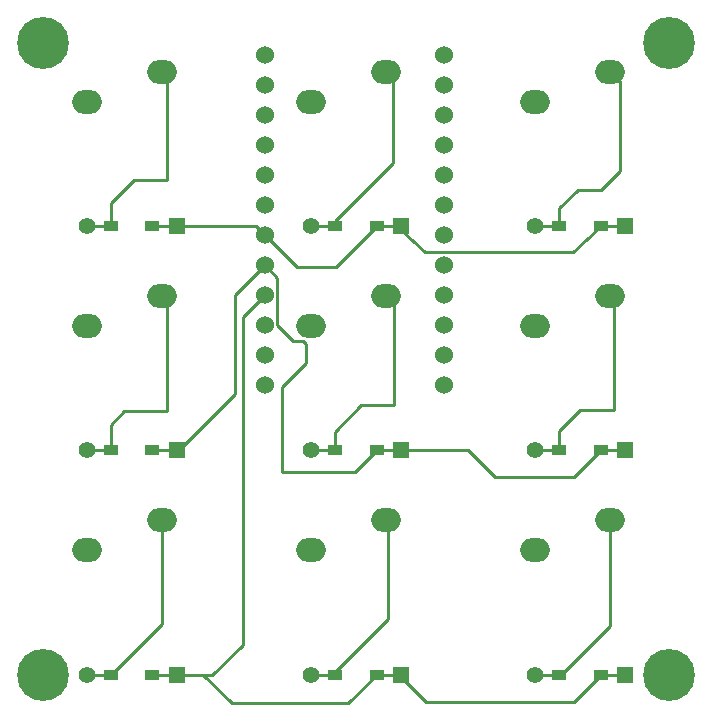
<source format=gbr>
%TF.GenerationSoftware,KiCad,Pcbnew,5.1.6-1.fc32*%
%TF.CreationDate,2020-07-08T21:06:17-05:00*%
%TF.ProjectId,source_pad,736f7572-6365-45f7-9061-642e6b696361,rev?*%
%TF.SameCoordinates,Original*%
%TF.FileFunction,Copper,L1,Top*%
%TF.FilePolarity,Positive*%
%FSLAX46Y46*%
G04 Gerber Fmt 4.6, Leading zero omitted, Abs format (unit mm)*
G04 Created by KiCad (PCBNEW 5.1.6-1.fc32) date 2020-07-08 21:06:17*
%MOMM*%
%LPD*%
G01*
G04 APERTURE LIST*
%TA.AperFunction,ComponentPad*%
%ADD10C,0.700000*%
%TD*%
%TA.AperFunction,ComponentPad*%
%ADD11C,4.400000*%
%TD*%
%TA.AperFunction,ComponentPad*%
%ADD12O,2.500000X2.000000*%
%TD*%
%TA.AperFunction,ComponentPad*%
%ADD13C,1.524000*%
%TD*%
%TA.AperFunction,SMDPad,CuDef*%
%ADD14R,1.300000X0.950000*%
%TD*%
%TA.AperFunction,ComponentPad*%
%ADD15C,1.397000*%
%TD*%
%TA.AperFunction,ComponentPad*%
%ADD16R,1.397000X1.397000*%
%TD*%
%TA.AperFunction,Conductor*%
%ADD17C,0.250000*%
%TD*%
G04 APERTURE END LIST*
D10*
%TO.P,REF\u002A\u002A,1*%
%TO.N,N/C*%
X93666726Y-144833274D03*
X92500000Y-144350000D03*
X91333274Y-144833274D03*
X90850000Y-146000000D03*
X91333274Y-147166726D03*
X92500000Y-147650000D03*
X93666726Y-147166726D03*
X94150000Y-146000000D03*
D11*
X92500000Y-146000000D03*
%TD*%
D10*
%TO.P,REF\u002A\u002A,1*%
%TO.N,N/C*%
X146666726Y-144833274D03*
X145500000Y-144350000D03*
X144333274Y-144833274D03*
X143850000Y-146000000D03*
X144333274Y-147166726D03*
X145500000Y-147650000D03*
X146666726Y-147166726D03*
X147150000Y-146000000D03*
D11*
X145500000Y-146000000D03*
%TD*%
D10*
%TO.P,REF\u002A\u002A,1*%
%TO.N,N/C*%
X146666726Y-91333274D03*
X145500000Y-90850000D03*
X144333274Y-91333274D03*
X143850000Y-92500000D03*
X144333274Y-93666726D03*
X145500000Y-94150000D03*
X146666726Y-93666726D03*
X147150000Y-92500000D03*
D11*
X145500000Y-92500000D03*
%TD*%
D10*
%TO.P,REF\u002A\u002A,1*%
%TO.N,N/C*%
X93666726Y-91333274D03*
X92500000Y-90850000D03*
X91333274Y-91333274D03*
X90850000Y-92500000D03*
X91333274Y-93666726D03*
X92500000Y-94150000D03*
X93666726Y-93666726D03*
X94150000Y-92500000D03*
D11*
X92500000Y-92500000D03*
%TD*%
D12*
%TO.P,SW1,1*%
%TO.N,col0*%
X96190000Y-97460000D03*
%TO.P,SW1,2*%
%TO.N,Net-(D1-Pad2)*%
X102540000Y-94920000D03*
%TD*%
%TO.P,SW2,2*%
%TO.N,Net-(D2-Pad2)*%
X102540000Y-113920000D03*
%TO.P,SW2,1*%
%TO.N,col0*%
X96190000Y-116460000D03*
%TD*%
%TO.P,SW3,2*%
%TO.N,Net-(D3-Pad2)*%
X102540000Y-132920000D03*
%TO.P,SW3,1*%
%TO.N,col0*%
X96190000Y-135460000D03*
%TD*%
%TO.P,SW4,1*%
%TO.N,col1*%
X115190000Y-97460000D03*
%TO.P,SW4,2*%
%TO.N,Net-(D4-Pad2)*%
X121540000Y-94920000D03*
%TD*%
%TO.P,SW5,2*%
%TO.N,Net-(D5-Pad2)*%
X121540000Y-113920000D03*
%TO.P,SW5,1*%
%TO.N,col1*%
X115190000Y-116460000D03*
%TD*%
%TO.P,SW6,2*%
%TO.N,Net-(D6-Pad2)*%
X121540000Y-132920000D03*
%TO.P,SW6,1*%
%TO.N,col1*%
X115190000Y-135460000D03*
%TD*%
%TO.P,SW7,2*%
%TO.N,Net-(D7-Pad2)*%
X140540000Y-94920000D03*
%TO.P,SW7,1*%
%TO.N,col2*%
X134190000Y-97460000D03*
%TD*%
%TO.P,SW8,1*%
%TO.N,col2*%
X134190000Y-116460000D03*
%TO.P,SW8,2*%
%TO.N,Net-(D8-Pad2)*%
X140540000Y-113920000D03*
%TD*%
%TO.P,SW9,1*%
%TO.N,col2*%
X134190000Y-135460000D03*
%TO.P,SW9,2*%
%TO.N,Net-(D9-Pad2)*%
X140540000Y-132920000D03*
%TD*%
D13*
%TO.P,U1,1*%
%TO.N,Net-(U1-Pad1)*%
X111263600Y-93522000D03*
%TO.P,U1,2*%
%TO.N,Net-(U1-Pad2)*%
X111263600Y-96062000D03*
%TO.P,U1,3*%
%TO.N,Net-(U1-Pad3)*%
X111263600Y-98602000D03*
%TO.P,U1,4*%
%TO.N,Net-(U1-Pad4)*%
X111263600Y-101142000D03*
%TO.P,U1,5*%
%TO.N,Net-(U1-Pad5)*%
X111263600Y-103682000D03*
%TO.P,U1,6*%
%TO.N,Net-(U1-Pad6)*%
X111263600Y-106222000D03*
%TO.P,U1,7*%
%TO.N,row0*%
X111263600Y-108762000D03*
%TO.P,U1,8*%
%TO.N,row1*%
X111263600Y-111302000D03*
%TO.P,U1,9*%
%TO.N,row2*%
X111263600Y-113842000D03*
%TO.P,U1,10*%
%TO.N,Net-(U1-Pad10)*%
X111263600Y-116382000D03*
%TO.P,U1,11*%
%TO.N,Net-(U1-Pad11)*%
X111263600Y-118922000D03*
%TO.P,U1,12*%
%TO.N,Net-(U1-Pad12)*%
X111263600Y-121462000D03*
%TO.P,U1,13*%
%TO.N,Net-(U1-Pad13)*%
X126483600Y-121462000D03*
%TO.P,U1,14*%
%TO.N,Net-(U1-Pad14)*%
X126483600Y-118922000D03*
%TO.P,U1,15*%
%TO.N,Net-(U1-Pad15)*%
X126483600Y-116382000D03*
%TO.P,U1,16*%
%TO.N,Net-(U1-Pad16)*%
X126483600Y-113842000D03*
%TO.P,U1,17*%
%TO.N,Net-(U1-Pad17)*%
X126483600Y-111302000D03*
%TO.P,U1,18*%
%TO.N,col2*%
X126483600Y-108762000D03*
%TO.P,U1,19*%
%TO.N,col1*%
X126483600Y-106222000D03*
%TO.P,U1,20*%
%TO.N,col0*%
X126483600Y-103682000D03*
%TO.P,U1,21*%
%TO.N,Net-(U1-Pad21)*%
X126483600Y-101142000D03*
%TO.P,U1,22*%
%TO.N,Net-(U1-Pad22)*%
X126483600Y-98602000D03*
%TO.P,U1,23*%
%TO.N,Net-(U1-Pad23)*%
X126483600Y-96062000D03*
%TO.P,U1,24*%
%TO.N,Net-(U1-Pad24)*%
X126483600Y-93522000D03*
%TD*%
D14*
%TO.P,D1,2*%
%TO.N,Net-(D1-Pad2)*%
X98225000Y-108000000D03*
D15*
X96190000Y-108000000D03*
D16*
%TO.P,D1,1*%
%TO.N,row0*%
X103810000Y-108000000D03*
D14*
X101775000Y-108000000D03*
%TD*%
%TO.P,D2,2*%
%TO.N,Net-(D2-Pad2)*%
X98225000Y-127000000D03*
D15*
X96190000Y-127000000D03*
D16*
%TO.P,D2,1*%
%TO.N,row1*%
X103810000Y-127000000D03*
D14*
X101775000Y-127000000D03*
%TD*%
%TO.P,D3,1*%
%TO.N,row2*%
X101775000Y-146000000D03*
D16*
X103810000Y-146000000D03*
D15*
%TO.P,D3,2*%
%TO.N,Net-(D3-Pad2)*%
X96190000Y-146000000D03*
D14*
X98225000Y-146000000D03*
%TD*%
%TO.P,D4,1*%
%TO.N,row0*%
X120775000Y-108000000D03*
D16*
X122810000Y-108000000D03*
D15*
%TO.P,D4,2*%
%TO.N,Net-(D4-Pad2)*%
X115190000Y-108000000D03*
D14*
X117225000Y-108000000D03*
%TD*%
%TO.P,D5,1*%
%TO.N,row1*%
X120775000Y-127000000D03*
D16*
X122810000Y-127000000D03*
D15*
%TO.P,D5,2*%
%TO.N,Net-(D5-Pad2)*%
X115190000Y-127000000D03*
D14*
X117225000Y-127000000D03*
%TD*%
%TO.P,D6,2*%
%TO.N,Net-(D6-Pad2)*%
X117225000Y-146000000D03*
D15*
X115190000Y-146000000D03*
D16*
%TO.P,D6,1*%
%TO.N,row2*%
X122810000Y-146000000D03*
D14*
X120775000Y-146000000D03*
%TD*%
%TO.P,D7,2*%
%TO.N,Net-(D7-Pad2)*%
X136225000Y-108000000D03*
D15*
X134190000Y-108000000D03*
D16*
%TO.P,D7,1*%
%TO.N,row0*%
X141810000Y-108000000D03*
D14*
X139775000Y-108000000D03*
%TD*%
%TO.P,D8,1*%
%TO.N,row1*%
X139775000Y-127000000D03*
D16*
X141810000Y-127000000D03*
D15*
%TO.P,D8,2*%
%TO.N,Net-(D8-Pad2)*%
X134190000Y-127000000D03*
D14*
X136225000Y-127000000D03*
%TD*%
%TO.P,D9,1*%
%TO.N,row2*%
X139775000Y-146000000D03*
D16*
X141810000Y-146000000D03*
D15*
%TO.P,D9,2*%
%TO.N,Net-(D9-Pad2)*%
X134190000Y-146000000D03*
D14*
X136225000Y-146000000D03*
%TD*%
D17*
%TO.N,Net-(D1-Pad2)*%
X98225000Y-108000000D02*
X96190000Y-108000000D01*
X98225000Y-108000000D02*
X98225000Y-106056250D01*
X98225000Y-106056250D02*
X100218750Y-104062500D01*
X100218750Y-104062500D02*
X103031250Y-104062500D01*
X103031250Y-95411250D02*
X102540000Y-94920000D01*
X103031250Y-104062500D02*
X103031250Y-95411250D01*
%TO.N,row0*%
X117294250Y-111480750D02*
X120775000Y-108000000D01*
X120775000Y-108000000D02*
X122810000Y-108000000D01*
X139775000Y-108000000D02*
X141810000Y-108000000D01*
X103810000Y-108000000D02*
X101775000Y-108000000D01*
X137343750Y-110156250D02*
X139775000Y-108000000D01*
X124875000Y-110156250D02*
X137343750Y-110156250D01*
X122810000Y-108372500D02*
X124875000Y-110156250D01*
X122810000Y-108000000D02*
X122810000Y-108372500D01*
X113982350Y-111480750D02*
X111263600Y-108762000D01*
X117294250Y-111480750D02*
X113982350Y-111480750D01*
X110501601Y-108000001D02*
X111263600Y-108762000D01*
X103810000Y-108000000D02*
X110501601Y-108000001D01*
%TO.N,Net-(D2-Pad2)*%
X96190000Y-127000000D02*
X98225000Y-127000000D01*
X98225000Y-127000000D02*
X98225000Y-124806250D01*
X98225000Y-124806250D02*
X99375000Y-123656250D01*
X99375000Y-123656250D02*
X103031250Y-123656250D01*
X103031250Y-114411250D02*
X102540000Y-113920000D01*
X103031250Y-123656250D02*
X103031250Y-114411250D01*
%TO.N,row1*%
X101775000Y-127000000D02*
X103810000Y-127000000D01*
X120775000Y-127000000D02*
X122810000Y-127000000D01*
X120775000Y-127000000D02*
X128500000Y-127000000D01*
X128500000Y-127000000D02*
X130781250Y-129281250D01*
X137493750Y-129281250D02*
X139775000Y-127000000D01*
X130781250Y-129281250D02*
X137493750Y-129281250D01*
X139775000Y-127000000D02*
X141810000Y-127000000D01*
X108750000Y-113815600D02*
X111263600Y-111302000D01*
X108750000Y-122250000D02*
X108750000Y-113815600D01*
X104000000Y-127000000D02*
X108750000Y-122250000D01*
X103810000Y-127000000D02*
X104000000Y-127000000D01*
X112350601Y-112389001D02*
X111263600Y-111302000D01*
X113693749Y-117724999D02*
X112350601Y-116381851D01*
X114775001Y-117962501D02*
X114537499Y-117724999D01*
X114537499Y-117724999D02*
X113693749Y-117724999D01*
X114775001Y-119612001D02*
X114775001Y-117962501D01*
X112781250Y-128812500D02*
X112781250Y-121605752D01*
X118962500Y-128812500D02*
X112781250Y-128812500D01*
X112350601Y-116381851D02*
X112350601Y-112389001D01*
X112781250Y-121605752D02*
X114775001Y-119612001D01*
X120775000Y-127000000D02*
X118962500Y-128812500D01*
%TO.N,row2*%
X101775000Y-146000000D02*
X103810000Y-146000000D01*
X106093750Y-146000000D02*
X108500000Y-148406250D01*
X118368750Y-148406250D02*
X120775000Y-146000000D01*
X108500000Y-148406250D02*
X118368750Y-148406250D01*
X122810000Y-146000000D02*
X122810000Y-145877500D01*
X122687500Y-146000000D02*
X120775000Y-146000000D01*
X122810000Y-145877500D02*
X122687500Y-146000000D01*
X139775000Y-146000000D02*
X141810000Y-146000000D01*
X124968750Y-148312500D02*
X137462500Y-148312500D01*
X137462500Y-148312500D02*
X139775000Y-146000000D01*
X122810000Y-146153750D02*
X124968750Y-148312500D01*
X122810000Y-146000000D02*
X122810000Y-146153750D01*
X103810000Y-146000000D02*
X106093750Y-146000000D01*
X109406250Y-115699350D02*
X111263600Y-113842000D01*
X109406250Y-143437500D02*
X109406250Y-115699350D01*
X106843750Y-146000000D02*
X109406250Y-143437500D01*
X106093750Y-146000000D02*
X106843750Y-146000000D01*
%TO.N,Net-(D3-Pad2)*%
X102540000Y-141685000D02*
X98225000Y-146000000D01*
X102540000Y-132920000D02*
X102540000Y-141685000D01*
X98225000Y-146000000D02*
X96190000Y-146000000D01*
%TO.N,Net-(D4-Pad2)*%
X117225000Y-108000000D02*
X115190000Y-108000000D01*
X122156250Y-95536250D02*
X121540000Y-94920000D01*
X117225000Y-107587500D02*
X122156250Y-102656250D01*
X122156250Y-102656250D02*
X122156250Y-95536250D01*
X117225000Y-108000000D02*
X117225000Y-107587500D01*
%TO.N,Net-(D5-Pad2)*%
X117225000Y-127000000D02*
X115190000Y-127000000D01*
X117225000Y-127000000D02*
X117225000Y-125400000D01*
X117225000Y-125400000D02*
X119437500Y-123187500D01*
X119437500Y-123187500D02*
X122250000Y-123187500D01*
X122250000Y-114630000D02*
X121540000Y-113920000D01*
X122250000Y-123187500D02*
X122250000Y-114630000D01*
%TO.N,Net-(D6-Pad2)*%
X115190000Y-146000000D02*
X117225000Y-146000000D01*
X121968750Y-133348750D02*
X121540000Y-132920000D01*
X117225000Y-146000000D02*
X117225000Y-145743750D01*
X117225000Y-145743750D02*
X121687500Y-141281250D01*
X121687500Y-133067500D02*
X121540000Y-132920000D01*
X121687500Y-141281250D02*
X121687500Y-133067500D01*
%TO.N,Net-(D7-Pad2)*%
X134190000Y-108000000D02*
X136225000Y-108000000D01*
X136225000Y-108000000D02*
X136225000Y-106493750D01*
X136225000Y-106493750D02*
X137812500Y-104906250D01*
X137812500Y-104906250D02*
X139781250Y-104906250D01*
X139781250Y-104906250D02*
X141375000Y-103312500D01*
X141375000Y-95755000D02*
X140540000Y-94920000D01*
X141375000Y-103312500D02*
X141375000Y-95755000D01*
%TO.N,Net-(D8-Pad2)*%
X136225000Y-127000000D02*
X134190000Y-127000000D01*
X136225000Y-127000000D02*
X136225000Y-125337500D01*
X136225000Y-125337500D02*
X138000000Y-123562500D01*
X138000000Y-123562500D02*
X140812500Y-123562500D01*
X140812500Y-114192500D02*
X140540000Y-113920000D01*
X140812500Y-123562500D02*
X140812500Y-114192500D01*
%TO.N,Net-(D9-Pad2)*%
X134190000Y-146000000D02*
X136225000Y-146000000D01*
X136225000Y-146000000D02*
X136375000Y-146000000D01*
X140540000Y-141835000D02*
X140540000Y-132920000D01*
X136375000Y-146000000D02*
X140540000Y-141835000D01*
%TD*%
M02*

</source>
